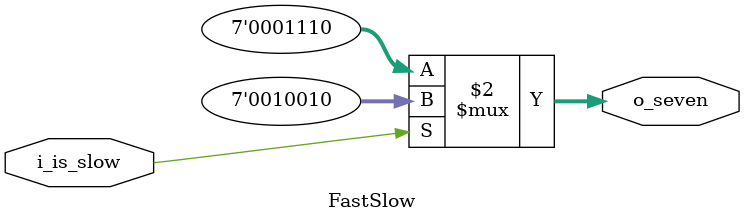
<source format=sv>
module FastSlow (
    input i_is_slow,
    output logic [6:0] o_seven
);
/* The layout of seven segment display, 1: dark
 *    00
 *   5  1
 *    66
 *   4  2
 *    33
 */

parameter F = 7'b0001110;
parameter S = 7'b0010010;

always @(*) begin
    o_seven = i_is_slow ? S : F;
end

endmodule
</source>
